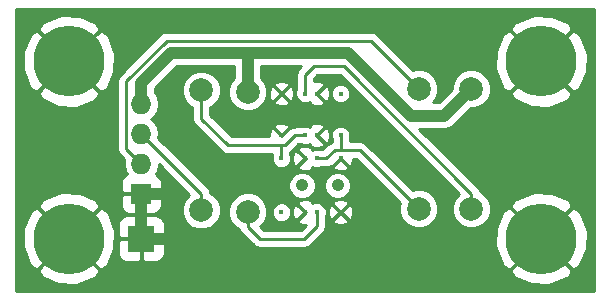
<source format=gbl>
%FSLAX34Y34*%
G04 Gerber Fmt 3.4, Leading zero omitted, Abs format*
G04 (created by PCBNEW (2014-jan-25)-product) date Sat 12 Jul 2014 08:34:31 PM PDT*
%MOIN*%
G01*
G70*
G90*
G04 APERTURE LIST*
%ADD10C,0.003937*%
%ADD11R,0.068000X0.068000*%
%ADD12O,0.068000X0.068000*%
%ADD13C,0.078700*%
%ADD14C,0.015748*%
%ADD15C,0.041339*%
%ADD16C,0.236220*%
%ADD17R,0.088000X0.088000*%
%ADD18C,0.010000*%
%ADD19C,0.040000*%
G04 APERTURE END LIST*
G54D10*
G54D11*
X43750Y-45750D03*
G54D12*
X43750Y-44750D03*
X43750Y-43750D03*
X43750Y-42750D03*
G54D13*
X53000Y-46250D03*
X53000Y-42250D03*
X45750Y-42300D03*
X45750Y-46300D03*
X54750Y-46250D03*
X54750Y-42250D03*
G54D14*
X49212Y-42411D03*
X48425Y-42411D03*
X49212Y-43809D03*
X48425Y-43809D03*
X50393Y-42411D03*
X49606Y-42411D03*
X50393Y-43809D03*
X49606Y-43809D03*
X49606Y-46367D03*
X50393Y-46368D03*
X49606Y-44576D03*
X50393Y-44576D03*
G54D15*
X50295Y-45472D03*
G54D14*
X48425Y-46367D03*
X49212Y-46368D03*
X48425Y-44576D03*
X49212Y-44576D03*
G54D15*
X49114Y-45472D03*
G54D16*
X57086Y-47244D03*
X41338Y-47244D03*
X57086Y-41338D03*
X41338Y-41338D03*
G54D13*
X47300Y-46350D03*
X47300Y-42350D03*
G54D17*
X43750Y-47250D03*
G54D18*
X50393Y-44291D02*
X51041Y-44291D01*
X50196Y-44291D02*
X50393Y-44291D01*
X51041Y-44291D02*
X53000Y-46250D01*
X50393Y-43809D02*
X50393Y-44291D01*
X49911Y-44576D02*
X50196Y-44291D01*
X49606Y-44576D02*
X49911Y-44576D01*
X49212Y-43809D02*
X49192Y-43809D01*
X48425Y-44576D02*
X48425Y-44138D01*
X48425Y-44138D02*
X48538Y-44138D01*
X48868Y-43809D02*
X48538Y-44138D01*
X49212Y-43809D02*
X48868Y-43809D01*
X46638Y-44138D02*
X45750Y-43250D01*
X45750Y-43250D02*
X45750Y-42300D01*
X48425Y-44138D02*
X46638Y-44138D01*
X49212Y-42411D02*
X49212Y-41787D01*
X49212Y-41787D02*
X49500Y-41500D01*
X49500Y-41500D02*
X50500Y-41500D01*
X50500Y-41500D02*
X54750Y-45750D01*
X54750Y-45750D02*
X54750Y-46250D01*
G54D19*
X43750Y-47250D02*
X44500Y-47250D01*
X43750Y-45750D02*
X43750Y-47250D01*
X43750Y-45750D02*
X44500Y-45750D01*
G54D18*
X43250Y-44250D02*
X43250Y-42000D01*
X43250Y-42000D02*
X44600Y-40650D01*
X44600Y-40650D02*
X51400Y-40650D01*
X51400Y-40650D02*
X53000Y-42250D01*
X43750Y-44750D02*
X43250Y-44250D01*
X45750Y-45750D02*
X43750Y-43750D01*
X45750Y-46300D02*
X45750Y-45750D01*
G54D19*
X53850Y-43150D02*
X52750Y-43150D01*
X52750Y-43150D02*
X50650Y-41050D01*
X54750Y-42250D02*
X53850Y-43150D01*
X43750Y-42750D02*
X43750Y-42050D01*
X43750Y-42050D02*
X44750Y-41050D01*
X47300Y-41050D02*
X44750Y-41050D01*
X50650Y-41050D02*
X47300Y-41050D01*
X47300Y-42350D02*
X47300Y-41050D01*
G54D18*
X49606Y-46367D02*
X49617Y-46367D01*
X47300Y-46850D02*
X47710Y-47260D01*
X47710Y-47260D02*
X49189Y-47260D01*
X49189Y-47260D02*
X49606Y-46843D01*
X49606Y-46843D02*
X49606Y-46367D01*
X47300Y-46350D02*
X47300Y-46850D01*
G36*
X58847Y-49005D02*
X58626Y-49005D01*
X58626Y-46990D01*
X58626Y-41084D01*
X58412Y-40514D01*
X58355Y-40429D01*
X58135Y-40303D01*
X58121Y-40317D01*
X58121Y-40289D01*
X57996Y-40069D01*
X57441Y-39818D01*
X56832Y-39798D01*
X56262Y-40012D01*
X56177Y-40069D01*
X56051Y-40289D01*
X57086Y-41324D01*
X58121Y-40289D01*
X58121Y-40317D01*
X57100Y-41338D01*
X58135Y-42373D01*
X58355Y-42248D01*
X58606Y-41693D01*
X58626Y-41084D01*
X58626Y-46990D01*
X58412Y-46419D01*
X58355Y-46334D01*
X58135Y-46209D01*
X58121Y-46223D01*
X58121Y-46195D01*
X58121Y-42387D01*
X57086Y-41352D01*
X57072Y-41366D01*
X57072Y-41338D01*
X56037Y-40303D01*
X55817Y-40429D01*
X55566Y-40983D01*
X55546Y-41592D01*
X55760Y-42162D01*
X55817Y-42248D01*
X56037Y-42373D01*
X57072Y-41338D01*
X57072Y-41366D01*
X56051Y-42387D01*
X56177Y-42607D01*
X56731Y-42858D01*
X57340Y-42878D01*
X57910Y-42664D01*
X57996Y-42607D01*
X58121Y-42387D01*
X58121Y-46195D01*
X57996Y-45975D01*
X57441Y-45723D01*
X56832Y-45703D01*
X56262Y-45918D01*
X56177Y-45975D01*
X56051Y-46195D01*
X57086Y-47229D01*
X58121Y-46195D01*
X58121Y-46223D01*
X57100Y-47244D01*
X58135Y-48278D01*
X58355Y-48153D01*
X58606Y-47598D01*
X58626Y-46990D01*
X58626Y-49005D01*
X58121Y-49005D01*
X58121Y-48293D01*
X57086Y-47258D01*
X57072Y-47272D01*
X57072Y-47244D01*
X56037Y-46209D01*
X55817Y-46334D01*
X55566Y-46889D01*
X55546Y-47498D01*
X55760Y-48068D01*
X55817Y-48153D01*
X56037Y-48278D01*
X57072Y-47244D01*
X57072Y-47272D01*
X56051Y-48293D01*
X56177Y-48512D01*
X56731Y-48764D01*
X57340Y-48784D01*
X57910Y-48569D01*
X57996Y-48512D01*
X58121Y-48293D01*
X58121Y-49005D01*
X55393Y-49005D01*
X55393Y-46122D01*
X55295Y-45885D01*
X55114Y-45704D01*
X55034Y-45671D01*
X55034Y-45671D01*
X55027Y-45635D01*
X54962Y-45537D01*
X54962Y-45537D01*
X53024Y-43600D01*
X53850Y-43600D01*
X54022Y-43565D01*
X54168Y-43468D01*
X54742Y-42893D01*
X54877Y-42893D01*
X55114Y-42795D01*
X55295Y-42614D01*
X55393Y-42378D01*
X55393Y-42122D01*
X55295Y-41885D01*
X55114Y-41704D01*
X54878Y-41606D01*
X54622Y-41606D01*
X54385Y-41704D01*
X54204Y-41885D01*
X54106Y-42121D01*
X54106Y-42257D01*
X53663Y-42700D01*
X53460Y-42700D01*
X53545Y-42614D01*
X53643Y-42378D01*
X53643Y-42122D01*
X53545Y-41885D01*
X53364Y-41704D01*
X53128Y-41606D01*
X52872Y-41606D01*
X52807Y-41633D01*
X51612Y-40437D01*
X51514Y-40372D01*
X51400Y-40350D01*
X44600Y-40350D01*
X44485Y-40372D01*
X44387Y-40437D01*
X43037Y-41787D01*
X42972Y-41885D01*
X42950Y-42000D01*
X42950Y-44250D01*
X42972Y-44364D01*
X43037Y-44462D01*
X43185Y-44609D01*
X43160Y-44738D01*
X43160Y-44761D01*
X43204Y-44987D01*
X43272Y-45088D01*
X43211Y-45113D01*
X43113Y-45211D01*
X43060Y-45340D01*
X43060Y-45652D01*
X43147Y-45740D01*
X43740Y-45740D01*
X43740Y-45732D01*
X43760Y-45732D01*
X43760Y-45740D01*
X44352Y-45740D01*
X44440Y-45652D01*
X44440Y-45340D01*
X44386Y-45211D01*
X44288Y-45113D01*
X44227Y-45088D01*
X44295Y-44987D01*
X44339Y-44763D01*
X45357Y-45782D01*
X45204Y-45935D01*
X45106Y-46171D01*
X45106Y-46427D01*
X45204Y-46664D01*
X45385Y-46845D01*
X45621Y-46943D01*
X45877Y-46943D01*
X46114Y-46845D01*
X46295Y-46664D01*
X46393Y-46428D01*
X46393Y-46172D01*
X46295Y-45935D01*
X46114Y-45754D01*
X46045Y-45725D01*
X46027Y-45635D01*
X46027Y-45635D01*
X45962Y-45537D01*
X44314Y-43890D01*
X44340Y-43761D01*
X44340Y-43738D01*
X44295Y-43512D01*
X44167Y-43321D01*
X44060Y-43250D01*
X44167Y-43178D01*
X44295Y-42987D01*
X44340Y-42761D01*
X44340Y-42738D01*
X44295Y-42512D01*
X44200Y-42370D01*
X44200Y-42236D01*
X44936Y-41500D01*
X46850Y-41500D01*
X46850Y-41889D01*
X46754Y-41985D01*
X46656Y-42221D01*
X46656Y-42477D01*
X46754Y-42714D01*
X46935Y-42895D01*
X47171Y-42993D01*
X47427Y-42993D01*
X47664Y-42895D01*
X47845Y-42714D01*
X47943Y-42478D01*
X47943Y-42222D01*
X47845Y-41985D01*
X47750Y-41889D01*
X47750Y-41500D01*
X49075Y-41500D01*
X49000Y-41575D01*
X48935Y-41672D01*
X48912Y-41787D01*
X48912Y-42276D01*
X48883Y-42345D01*
X48883Y-42476D01*
X48933Y-42597D01*
X49026Y-42689D01*
X49146Y-42740D01*
X49277Y-42740D01*
X49362Y-42704D01*
X49357Y-42770D01*
X49514Y-42838D01*
X49684Y-42841D01*
X49843Y-42778D01*
X49855Y-42770D01*
X49846Y-42665D01*
X49606Y-42425D01*
X49600Y-42431D01*
X49586Y-42416D01*
X49592Y-42411D01*
X49586Y-42405D01*
X49600Y-42391D01*
X49606Y-42397D01*
X49846Y-42157D01*
X49855Y-42051D01*
X49698Y-41984D01*
X49528Y-41981D01*
X49512Y-41987D01*
X49512Y-41911D01*
X49624Y-41800D01*
X50375Y-41800D01*
X54332Y-45757D01*
X54204Y-45885D01*
X54106Y-46121D01*
X54106Y-46377D01*
X54204Y-46614D01*
X54385Y-46795D01*
X54621Y-46893D01*
X54877Y-46893D01*
X55114Y-46795D01*
X55295Y-46614D01*
X55393Y-46378D01*
X55393Y-46122D01*
X55393Y-49005D01*
X53643Y-49005D01*
X53643Y-46122D01*
X53545Y-45885D01*
X53364Y-45704D01*
X53128Y-45606D01*
X52872Y-45606D01*
X52807Y-45633D01*
X51253Y-44079D01*
X51156Y-44014D01*
X51041Y-43991D01*
X50693Y-43991D01*
X50693Y-43943D01*
X50722Y-43874D01*
X50722Y-43743D01*
X50722Y-42346D01*
X50672Y-42225D01*
X50580Y-42132D01*
X50459Y-42082D01*
X50328Y-42082D01*
X50207Y-42132D01*
X50115Y-42224D01*
X50065Y-42345D01*
X50064Y-42476D01*
X50114Y-42597D01*
X50207Y-42689D01*
X50328Y-42740D01*
X50458Y-42740D01*
X50579Y-42690D01*
X50672Y-42597D01*
X50722Y-42477D01*
X50722Y-42346D01*
X50722Y-43743D01*
X50672Y-43623D01*
X50580Y-43530D01*
X50459Y-43480D01*
X50328Y-43480D01*
X50207Y-43530D01*
X50115Y-43622D01*
X50065Y-43743D01*
X50064Y-43874D01*
X50093Y-43943D01*
X50093Y-44011D01*
X50082Y-44014D01*
X50036Y-44044D01*
X50036Y-43730D01*
X50036Y-42333D01*
X49973Y-42174D01*
X49965Y-42162D01*
X49860Y-42171D01*
X49620Y-42411D01*
X49860Y-42651D01*
X49965Y-42660D01*
X50033Y-42503D01*
X50036Y-42333D01*
X50036Y-43730D01*
X49973Y-43572D01*
X49965Y-43560D01*
X49860Y-43568D01*
X49620Y-43809D01*
X49860Y-44049D01*
X49965Y-44057D01*
X50033Y-43901D01*
X50036Y-43730D01*
X50036Y-44044D01*
X49984Y-44079D01*
X49855Y-44208D01*
X49855Y-44168D01*
X49846Y-44063D01*
X49606Y-43823D01*
X49600Y-43828D01*
X49586Y-43814D01*
X49592Y-43809D01*
X49586Y-43803D01*
X49600Y-43789D01*
X49606Y-43794D01*
X49846Y-43554D01*
X49855Y-43449D01*
X49698Y-43381D01*
X49528Y-43378D01*
X49369Y-43441D01*
X49357Y-43449D01*
X49362Y-43515D01*
X49278Y-43480D01*
X49147Y-43480D01*
X49077Y-43509D01*
X48868Y-43509D01*
X48855Y-43511D01*
X48855Y-42333D01*
X48792Y-42174D01*
X48784Y-42162D01*
X48679Y-42171D01*
X48673Y-42176D01*
X48673Y-42051D01*
X48517Y-41984D01*
X48346Y-41981D01*
X48188Y-42044D01*
X48176Y-42051D01*
X48185Y-42157D01*
X48425Y-42397D01*
X48665Y-42157D01*
X48673Y-42051D01*
X48673Y-42176D01*
X48439Y-42411D01*
X48679Y-42651D01*
X48784Y-42660D01*
X48852Y-42503D01*
X48855Y-42333D01*
X48855Y-43511D01*
X48753Y-43531D01*
X48700Y-43567D01*
X48700Y-43567D01*
X48679Y-43568D01*
X48673Y-43574D01*
X48673Y-43449D01*
X48673Y-42770D01*
X48665Y-42665D01*
X48425Y-42425D01*
X48411Y-42439D01*
X48411Y-42411D01*
X48170Y-42171D01*
X48065Y-42162D01*
X47997Y-42319D01*
X47995Y-42489D01*
X48057Y-42648D01*
X48065Y-42660D01*
X48170Y-42651D01*
X48411Y-42411D01*
X48411Y-42439D01*
X48185Y-42665D01*
X48176Y-42770D01*
X48332Y-42838D01*
X48503Y-42841D01*
X48662Y-42778D01*
X48673Y-42770D01*
X48673Y-43449D01*
X48517Y-43381D01*
X48346Y-43378D01*
X48188Y-43441D01*
X48176Y-43449D01*
X48185Y-43554D01*
X48425Y-43794D01*
X48665Y-43554D01*
X48673Y-43449D01*
X48673Y-43574D01*
X48439Y-43809D01*
X48441Y-43811D01*
X48427Y-43825D01*
X48425Y-43823D01*
X48419Y-43828D01*
X48405Y-43814D01*
X48411Y-43809D01*
X48170Y-43568D01*
X48065Y-43560D01*
X47997Y-43716D01*
X47995Y-43838D01*
X46763Y-43838D01*
X46050Y-43125D01*
X46050Y-42872D01*
X46114Y-42845D01*
X46295Y-42664D01*
X46393Y-42428D01*
X46393Y-42172D01*
X46295Y-41935D01*
X46114Y-41754D01*
X45878Y-41656D01*
X45622Y-41656D01*
X45385Y-41754D01*
X45204Y-41935D01*
X45106Y-42171D01*
X45106Y-42427D01*
X45204Y-42664D01*
X45385Y-42845D01*
X45450Y-42872D01*
X45450Y-43250D01*
X45472Y-43364D01*
X45537Y-43462D01*
X46426Y-44350D01*
X46523Y-44415D01*
X46638Y-44438D01*
X48125Y-44438D01*
X48125Y-44442D01*
X48096Y-44511D01*
X48096Y-44641D01*
X48146Y-44762D01*
X48238Y-44855D01*
X48359Y-44905D01*
X48490Y-44905D01*
X48611Y-44855D01*
X48703Y-44763D01*
X48753Y-44642D01*
X48753Y-44511D01*
X48725Y-44441D01*
X48725Y-44367D01*
X48725Y-44367D01*
X48750Y-44350D01*
X48992Y-44109D01*
X49077Y-44109D01*
X49146Y-44137D01*
X49277Y-44137D01*
X49362Y-44102D01*
X49357Y-44168D01*
X49514Y-44236D01*
X49684Y-44239D01*
X49843Y-44176D01*
X49855Y-44168D01*
X49855Y-44208D01*
X49787Y-44276D01*
X49741Y-44276D01*
X49671Y-44248D01*
X49541Y-44247D01*
X49455Y-44283D01*
X49461Y-44217D01*
X49304Y-44149D01*
X49134Y-44146D01*
X48975Y-44209D01*
X48963Y-44217D01*
X48972Y-44322D01*
X49212Y-44562D01*
X49218Y-44557D01*
X49232Y-44571D01*
X49226Y-44576D01*
X49232Y-44582D01*
X49218Y-44596D01*
X49212Y-44590D01*
X49198Y-44605D01*
X49198Y-44576D01*
X48958Y-44336D01*
X48853Y-44327D01*
X48785Y-44484D01*
X48782Y-44655D01*
X48845Y-44813D01*
X48853Y-44825D01*
X48958Y-44816D01*
X49198Y-44576D01*
X49198Y-44605D01*
X48972Y-44830D01*
X48963Y-44936D01*
X49120Y-45004D01*
X49290Y-45006D01*
X49449Y-44944D01*
X49461Y-44936D01*
X49455Y-44870D01*
X49540Y-44905D01*
X49671Y-44905D01*
X49741Y-44876D01*
X49911Y-44876D01*
X49911Y-44876D01*
X50026Y-44853D01*
X50026Y-44853D01*
X50073Y-44822D01*
X50139Y-44816D01*
X50364Y-44591D01*
X50393Y-44591D01*
X50153Y-44830D01*
X50144Y-44936D01*
X50301Y-45004D01*
X50471Y-45006D01*
X50630Y-44944D01*
X50642Y-44936D01*
X50633Y-44830D01*
X50394Y-44591D01*
X50422Y-44591D01*
X50647Y-44816D01*
X50753Y-44825D01*
X50820Y-44669D01*
X50822Y-44591D01*
X50917Y-44591D01*
X52383Y-46057D01*
X52356Y-46121D01*
X52356Y-46377D01*
X52454Y-46614D01*
X52635Y-46795D01*
X52871Y-46893D01*
X53127Y-46893D01*
X53364Y-46795D01*
X53545Y-46614D01*
X53643Y-46378D01*
X53643Y-46122D01*
X53643Y-49005D01*
X50823Y-49005D01*
X50823Y-46289D01*
X50761Y-46131D01*
X50753Y-46119D01*
X50752Y-46119D01*
X50752Y-45381D01*
X50682Y-45214D01*
X50554Y-45085D01*
X50386Y-45015D01*
X50204Y-45015D01*
X50036Y-45085D01*
X49908Y-45213D01*
X49838Y-45381D01*
X49838Y-45562D01*
X49907Y-45730D01*
X50036Y-45859D01*
X50204Y-45929D01*
X50385Y-45929D01*
X50553Y-45859D01*
X50682Y-45731D01*
X50751Y-45563D01*
X50752Y-45381D01*
X50752Y-46119D01*
X50647Y-46128D01*
X50642Y-46133D01*
X50642Y-46008D01*
X50485Y-45940D01*
X50315Y-45938D01*
X50156Y-46000D01*
X50144Y-46008D01*
X50153Y-46113D01*
X50393Y-46353D01*
X50633Y-46113D01*
X50642Y-46008D01*
X50642Y-46133D01*
X50407Y-46368D01*
X50647Y-46608D01*
X50753Y-46616D01*
X50820Y-46460D01*
X50823Y-46289D01*
X50823Y-49005D01*
X50642Y-49005D01*
X50642Y-46727D01*
X50633Y-46622D01*
X50393Y-46382D01*
X50379Y-46396D01*
X50379Y-46368D01*
X50139Y-46128D01*
X50034Y-46119D01*
X49966Y-46275D01*
X49963Y-46446D01*
X50026Y-46604D01*
X50034Y-46616D01*
X50139Y-46608D01*
X50379Y-46368D01*
X50379Y-46396D01*
X50153Y-46622D01*
X50144Y-46727D01*
X50301Y-46795D01*
X50471Y-46798D01*
X50630Y-46735D01*
X50642Y-46727D01*
X50642Y-49005D01*
X49935Y-49005D01*
X49935Y-46302D01*
X49885Y-46181D01*
X49792Y-46089D01*
X49671Y-46039D01*
X49570Y-46038D01*
X49570Y-45381D01*
X49501Y-45214D01*
X49373Y-45085D01*
X49205Y-45015D01*
X49023Y-45015D01*
X48855Y-45085D01*
X48727Y-45213D01*
X48657Y-45381D01*
X48657Y-45562D01*
X48726Y-45730D01*
X48855Y-45859D01*
X49022Y-45929D01*
X49204Y-45929D01*
X49372Y-45859D01*
X49501Y-45731D01*
X49570Y-45563D01*
X49570Y-45381D01*
X49570Y-46038D01*
X49541Y-46038D01*
X49455Y-46074D01*
X49461Y-46008D01*
X49304Y-45940D01*
X49134Y-45938D01*
X48975Y-46000D01*
X48963Y-46008D01*
X48972Y-46113D01*
X49212Y-46353D01*
X49218Y-46348D01*
X49232Y-46362D01*
X49226Y-46368D01*
X49232Y-46373D01*
X49218Y-46387D01*
X49212Y-46382D01*
X49198Y-46396D01*
X49198Y-46368D01*
X48958Y-46128D01*
X48853Y-46119D01*
X48785Y-46275D01*
X48782Y-46446D01*
X48845Y-46604D01*
X48853Y-46616D01*
X48958Y-46608D01*
X49198Y-46368D01*
X49198Y-46396D01*
X48972Y-46622D01*
X48963Y-46727D01*
X49120Y-46795D01*
X49228Y-46797D01*
X49065Y-46960D01*
X48753Y-46960D01*
X48753Y-46302D01*
X48704Y-46181D01*
X48611Y-46089D01*
X48490Y-46039D01*
X48360Y-46038D01*
X48239Y-46088D01*
X48146Y-46181D01*
X48096Y-46302D01*
X48096Y-46432D01*
X48146Y-46553D01*
X48238Y-46646D01*
X48359Y-46696D01*
X48490Y-46696D01*
X48611Y-46646D01*
X48703Y-46554D01*
X48753Y-46433D01*
X48753Y-46302D01*
X48753Y-46960D01*
X47834Y-46960D01*
X47717Y-46842D01*
X47845Y-46714D01*
X47943Y-46478D01*
X47943Y-46222D01*
X47845Y-45985D01*
X47664Y-45804D01*
X47428Y-45706D01*
X47172Y-45706D01*
X46935Y-45804D01*
X46754Y-45985D01*
X46656Y-46221D01*
X46656Y-46477D01*
X46754Y-46714D01*
X46935Y-46895D01*
X47015Y-46928D01*
X47015Y-46928D01*
X47022Y-46964D01*
X47087Y-47062D01*
X47498Y-47472D01*
X47556Y-47511D01*
X47595Y-47537D01*
X47595Y-47537D01*
X47710Y-47560D01*
X49189Y-47560D01*
X49189Y-47560D01*
X49304Y-47537D01*
X49304Y-47537D01*
X49401Y-47472D01*
X49818Y-47055D01*
X49883Y-46958D01*
X49906Y-46843D01*
X49906Y-46843D01*
X49906Y-46502D01*
X49934Y-46433D01*
X49935Y-46302D01*
X49935Y-49005D01*
X44540Y-49005D01*
X44540Y-47759D01*
X44540Y-47620D01*
X44540Y-47347D01*
X44540Y-47152D01*
X44540Y-46879D01*
X44540Y-46740D01*
X44486Y-46611D01*
X44440Y-46565D01*
X44440Y-46159D01*
X44440Y-45847D01*
X44352Y-45760D01*
X43760Y-45760D01*
X43760Y-46352D01*
X43847Y-46440D01*
X44020Y-46440D01*
X44159Y-46440D01*
X44288Y-46386D01*
X44386Y-46288D01*
X44440Y-46159D01*
X44440Y-46565D01*
X44388Y-46513D01*
X44259Y-46460D01*
X43847Y-46460D01*
X43760Y-46547D01*
X43760Y-47240D01*
X44452Y-47240D01*
X44540Y-47152D01*
X44540Y-47347D01*
X44452Y-47260D01*
X43760Y-47260D01*
X43760Y-47952D01*
X43847Y-48040D01*
X44259Y-48040D01*
X44388Y-47986D01*
X44486Y-47888D01*
X44540Y-47759D01*
X44540Y-49005D01*
X43740Y-49005D01*
X43740Y-47952D01*
X43740Y-47260D01*
X43740Y-47240D01*
X43740Y-46547D01*
X43740Y-46352D01*
X43740Y-45760D01*
X43147Y-45760D01*
X43060Y-45847D01*
X43060Y-46159D01*
X43113Y-46288D01*
X43211Y-46386D01*
X43340Y-46440D01*
X43479Y-46440D01*
X43652Y-46440D01*
X43740Y-46352D01*
X43740Y-46547D01*
X43652Y-46460D01*
X43240Y-46460D01*
X43111Y-46513D01*
X43013Y-46611D01*
X42960Y-46740D01*
X42960Y-46879D01*
X42960Y-47152D01*
X43047Y-47240D01*
X43740Y-47240D01*
X43740Y-47260D01*
X43047Y-47260D01*
X42960Y-47347D01*
X42960Y-47620D01*
X42960Y-47759D01*
X43013Y-47888D01*
X43111Y-47986D01*
X43240Y-48040D01*
X43652Y-48040D01*
X43740Y-47952D01*
X43740Y-49005D01*
X42878Y-49005D01*
X42878Y-46990D01*
X42878Y-41084D01*
X42664Y-40514D01*
X42607Y-40429D01*
X42387Y-40303D01*
X42373Y-40317D01*
X42373Y-40289D01*
X42248Y-40069D01*
X41693Y-39818D01*
X41084Y-39798D01*
X40514Y-40012D01*
X40429Y-40069D01*
X40303Y-40289D01*
X41338Y-41324D01*
X42373Y-40289D01*
X42373Y-40317D01*
X41352Y-41338D01*
X42387Y-42373D01*
X42607Y-42248D01*
X42858Y-41693D01*
X42878Y-41084D01*
X42878Y-46990D01*
X42664Y-46419D01*
X42607Y-46334D01*
X42387Y-46209D01*
X42373Y-46223D01*
X42373Y-46195D01*
X42373Y-42387D01*
X41338Y-41352D01*
X41324Y-41366D01*
X41324Y-41338D01*
X40289Y-40303D01*
X40069Y-40429D01*
X39818Y-40983D01*
X39798Y-41592D01*
X40012Y-42162D01*
X40069Y-42248D01*
X40289Y-42373D01*
X41324Y-41338D01*
X41324Y-41366D01*
X40303Y-42387D01*
X40429Y-42607D01*
X40983Y-42858D01*
X41592Y-42878D01*
X42162Y-42664D01*
X42248Y-42607D01*
X42373Y-42387D01*
X42373Y-46195D01*
X42248Y-45975D01*
X41693Y-45723D01*
X41084Y-45703D01*
X40514Y-45918D01*
X40429Y-45975D01*
X40303Y-46195D01*
X41338Y-47229D01*
X42373Y-46195D01*
X42373Y-46223D01*
X41352Y-47244D01*
X42387Y-48278D01*
X42607Y-48153D01*
X42858Y-47598D01*
X42878Y-46990D01*
X42878Y-49005D01*
X42373Y-49005D01*
X42373Y-48293D01*
X41338Y-47258D01*
X41324Y-47272D01*
X41324Y-47244D01*
X40289Y-46209D01*
X40069Y-46334D01*
X39818Y-46889D01*
X39798Y-47498D01*
X40012Y-48068D01*
X40069Y-48153D01*
X40289Y-48278D01*
X41324Y-47244D01*
X41324Y-47272D01*
X40303Y-48293D01*
X40429Y-48512D01*
X40983Y-48764D01*
X41592Y-48784D01*
X42162Y-48569D01*
X42248Y-48512D01*
X42373Y-48293D01*
X42373Y-49005D01*
X39577Y-49005D01*
X39577Y-39577D01*
X58847Y-39577D01*
X58847Y-49005D01*
X58847Y-49005D01*
G37*
X58847Y-49005D02*
X58626Y-49005D01*
X58626Y-46990D01*
X58626Y-41084D01*
X58412Y-40514D01*
X58355Y-40429D01*
X58135Y-40303D01*
X58121Y-40317D01*
X58121Y-40289D01*
X57996Y-40069D01*
X57441Y-39818D01*
X56832Y-39798D01*
X56262Y-40012D01*
X56177Y-40069D01*
X56051Y-40289D01*
X57086Y-41324D01*
X58121Y-40289D01*
X58121Y-40317D01*
X57100Y-41338D01*
X58135Y-42373D01*
X58355Y-42248D01*
X58606Y-41693D01*
X58626Y-41084D01*
X58626Y-46990D01*
X58412Y-46419D01*
X58355Y-46334D01*
X58135Y-46209D01*
X58121Y-46223D01*
X58121Y-46195D01*
X58121Y-42387D01*
X57086Y-41352D01*
X57072Y-41366D01*
X57072Y-41338D01*
X56037Y-40303D01*
X55817Y-40429D01*
X55566Y-40983D01*
X55546Y-41592D01*
X55760Y-42162D01*
X55817Y-42248D01*
X56037Y-42373D01*
X57072Y-41338D01*
X57072Y-41366D01*
X56051Y-42387D01*
X56177Y-42607D01*
X56731Y-42858D01*
X57340Y-42878D01*
X57910Y-42664D01*
X57996Y-42607D01*
X58121Y-42387D01*
X58121Y-46195D01*
X57996Y-45975D01*
X57441Y-45723D01*
X56832Y-45703D01*
X56262Y-45918D01*
X56177Y-45975D01*
X56051Y-46195D01*
X57086Y-47229D01*
X58121Y-46195D01*
X58121Y-46223D01*
X57100Y-47244D01*
X58135Y-48278D01*
X58355Y-48153D01*
X58606Y-47598D01*
X58626Y-46990D01*
X58626Y-49005D01*
X58121Y-49005D01*
X58121Y-48293D01*
X57086Y-47258D01*
X57072Y-47272D01*
X57072Y-47244D01*
X56037Y-46209D01*
X55817Y-46334D01*
X55566Y-46889D01*
X55546Y-47498D01*
X55760Y-48068D01*
X55817Y-48153D01*
X56037Y-48278D01*
X57072Y-47244D01*
X57072Y-47272D01*
X56051Y-48293D01*
X56177Y-48512D01*
X56731Y-48764D01*
X57340Y-48784D01*
X57910Y-48569D01*
X57996Y-48512D01*
X58121Y-48293D01*
X58121Y-49005D01*
X55393Y-49005D01*
X55393Y-46122D01*
X55295Y-45885D01*
X55114Y-45704D01*
X55034Y-45671D01*
X55034Y-45671D01*
X55027Y-45635D01*
X54962Y-45537D01*
X54962Y-45537D01*
X53024Y-43600D01*
X53850Y-43600D01*
X54022Y-43565D01*
X54168Y-43468D01*
X54742Y-42893D01*
X54877Y-42893D01*
X55114Y-42795D01*
X55295Y-42614D01*
X55393Y-42378D01*
X55393Y-42122D01*
X55295Y-41885D01*
X55114Y-41704D01*
X54878Y-41606D01*
X54622Y-41606D01*
X54385Y-41704D01*
X54204Y-41885D01*
X54106Y-42121D01*
X54106Y-42257D01*
X53663Y-42700D01*
X53460Y-42700D01*
X53545Y-42614D01*
X53643Y-42378D01*
X53643Y-42122D01*
X53545Y-41885D01*
X53364Y-41704D01*
X53128Y-41606D01*
X52872Y-41606D01*
X52807Y-41633D01*
X51612Y-40437D01*
X51514Y-40372D01*
X51400Y-40350D01*
X44600Y-40350D01*
X44485Y-40372D01*
X44387Y-40437D01*
X43037Y-41787D01*
X42972Y-41885D01*
X42950Y-42000D01*
X42950Y-44250D01*
X42972Y-44364D01*
X43037Y-44462D01*
X43185Y-44609D01*
X43160Y-44738D01*
X43160Y-44761D01*
X43204Y-44987D01*
X43272Y-45088D01*
X43211Y-45113D01*
X43113Y-45211D01*
X43060Y-45340D01*
X43060Y-45652D01*
X43147Y-45740D01*
X43740Y-45740D01*
X43740Y-45732D01*
X43760Y-45732D01*
X43760Y-45740D01*
X44352Y-45740D01*
X44440Y-45652D01*
X44440Y-45340D01*
X44386Y-45211D01*
X44288Y-45113D01*
X44227Y-45088D01*
X44295Y-44987D01*
X44339Y-44763D01*
X45357Y-45782D01*
X45204Y-45935D01*
X45106Y-46171D01*
X45106Y-46427D01*
X45204Y-46664D01*
X45385Y-46845D01*
X45621Y-46943D01*
X45877Y-46943D01*
X46114Y-46845D01*
X46295Y-46664D01*
X46393Y-46428D01*
X46393Y-46172D01*
X46295Y-45935D01*
X46114Y-45754D01*
X46045Y-45725D01*
X46027Y-45635D01*
X46027Y-45635D01*
X45962Y-45537D01*
X44314Y-43890D01*
X44340Y-43761D01*
X44340Y-43738D01*
X44295Y-43512D01*
X44167Y-43321D01*
X44060Y-43250D01*
X44167Y-43178D01*
X44295Y-42987D01*
X44340Y-42761D01*
X44340Y-42738D01*
X44295Y-42512D01*
X44200Y-42370D01*
X44200Y-42236D01*
X44936Y-41500D01*
X46850Y-41500D01*
X46850Y-41889D01*
X46754Y-41985D01*
X46656Y-42221D01*
X46656Y-42477D01*
X46754Y-42714D01*
X46935Y-42895D01*
X47171Y-42993D01*
X47427Y-42993D01*
X47664Y-42895D01*
X47845Y-42714D01*
X47943Y-42478D01*
X47943Y-42222D01*
X47845Y-41985D01*
X47750Y-41889D01*
X47750Y-41500D01*
X49075Y-41500D01*
X49000Y-41575D01*
X48935Y-41672D01*
X48912Y-41787D01*
X48912Y-42276D01*
X48883Y-42345D01*
X48883Y-42476D01*
X48933Y-42597D01*
X49026Y-42689D01*
X49146Y-42740D01*
X49277Y-42740D01*
X49362Y-42704D01*
X49357Y-42770D01*
X49514Y-42838D01*
X49684Y-42841D01*
X49843Y-42778D01*
X49855Y-42770D01*
X49846Y-42665D01*
X49606Y-42425D01*
X49600Y-42431D01*
X49586Y-42416D01*
X49592Y-42411D01*
X49586Y-42405D01*
X49600Y-42391D01*
X49606Y-42397D01*
X49846Y-42157D01*
X49855Y-42051D01*
X49698Y-41984D01*
X49528Y-41981D01*
X49512Y-41987D01*
X49512Y-41911D01*
X49624Y-41800D01*
X50375Y-41800D01*
X54332Y-45757D01*
X54204Y-45885D01*
X54106Y-46121D01*
X54106Y-46377D01*
X54204Y-46614D01*
X54385Y-46795D01*
X54621Y-46893D01*
X54877Y-46893D01*
X55114Y-46795D01*
X55295Y-46614D01*
X55393Y-46378D01*
X55393Y-46122D01*
X55393Y-49005D01*
X53643Y-49005D01*
X53643Y-46122D01*
X53545Y-45885D01*
X53364Y-45704D01*
X53128Y-45606D01*
X52872Y-45606D01*
X52807Y-45633D01*
X51253Y-44079D01*
X51156Y-44014D01*
X51041Y-43991D01*
X50693Y-43991D01*
X50693Y-43943D01*
X50722Y-43874D01*
X50722Y-43743D01*
X50722Y-42346D01*
X50672Y-42225D01*
X50580Y-42132D01*
X50459Y-42082D01*
X50328Y-42082D01*
X50207Y-42132D01*
X50115Y-42224D01*
X50065Y-42345D01*
X50064Y-42476D01*
X50114Y-42597D01*
X50207Y-42689D01*
X50328Y-42740D01*
X50458Y-42740D01*
X50579Y-42690D01*
X50672Y-42597D01*
X50722Y-42477D01*
X50722Y-42346D01*
X50722Y-43743D01*
X50672Y-43623D01*
X50580Y-43530D01*
X50459Y-43480D01*
X50328Y-43480D01*
X50207Y-43530D01*
X50115Y-43622D01*
X50065Y-43743D01*
X50064Y-43874D01*
X50093Y-43943D01*
X50093Y-44011D01*
X50082Y-44014D01*
X50036Y-44044D01*
X50036Y-43730D01*
X50036Y-42333D01*
X49973Y-42174D01*
X49965Y-42162D01*
X49860Y-42171D01*
X49620Y-42411D01*
X49860Y-42651D01*
X49965Y-42660D01*
X50033Y-42503D01*
X50036Y-42333D01*
X50036Y-43730D01*
X49973Y-43572D01*
X49965Y-43560D01*
X49860Y-43568D01*
X49620Y-43809D01*
X49860Y-44049D01*
X49965Y-44057D01*
X50033Y-43901D01*
X50036Y-43730D01*
X50036Y-44044D01*
X49984Y-44079D01*
X49855Y-44208D01*
X49855Y-44168D01*
X49846Y-44063D01*
X49606Y-43823D01*
X49600Y-43828D01*
X49586Y-43814D01*
X49592Y-43809D01*
X49586Y-43803D01*
X49600Y-43789D01*
X49606Y-43794D01*
X49846Y-43554D01*
X49855Y-43449D01*
X49698Y-43381D01*
X49528Y-43378D01*
X49369Y-43441D01*
X49357Y-43449D01*
X49362Y-43515D01*
X49278Y-43480D01*
X49147Y-43480D01*
X49077Y-43509D01*
X48868Y-43509D01*
X48855Y-43511D01*
X48855Y-42333D01*
X48792Y-42174D01*
X48784Y-42162D01*
X48679Y-42171D01*
X48673Y-42176D01*
X48673Y-42051D01*
X48517Y-41984D01*
X48346Y-41981D01*
X48188Y-42044D01*
X48176Y-42051D01*
X48185Y-42157D01*
X48425Y-42397D01*
X48665Y-42157D01*
X48673Y-42051D01*
X48673Y-42176D01*
X48439Y-42411D01*
X48679Y-42651D01*
X48784Y-42660D01*
X48852Y-42503D01*
X48855Y-42333D01*
X48855Y-43511D01*
X48753Y-43531D01*
X48700Y-43567D01*
X48700Y-43567D01*
X48679Y-43568D01*
X48673Y-43574D01*
X48673Y-43449D01*
X48673Y-42770D01*
X48665Y-42665D01*
X48425Y-42425D01*
X48411Y-42439D01*
X48411Y-42411D01*
X48170Y-42171D01*
X48065Y-42162D01*
X47997Y-42319D01*
X47995Y-42489D01*
X48057Y-42648D01*
X48065Y-42660D01*
X48170Y-42651D01*
X48411Y-42411D01*
X48411Y-42439D01*
X48185Y-42665D01*
X48176Y-42770D01*
X48332Y-42838D01*
X48503Y-42841D01*
X48662Y-42778D01*
X48673Y-42770D01*
X48673Y-43449D01*
X48517Y-43381D01*
X48346Y-43378D01*
X48188Y-43441D01*
X48176Y-43449D01*
X48185Y-43554D01*
X48425Y-43794D01*
X48665Y-43554D01*
X48673Y-43449D01*
X48673Y-43574D01*
X48439Y-43809D01*
X48441Y-43811D01*
X48427Y-43825D01*
X48425Y-43823D01*
X48419Y-43828D01*
X48405Y-43814D01*
X48411Y-43809D01*
X48170Y-43568D01*
X48065Y-43560D01*
X47997Y-43716D01*
X47995Y-43838D01*
X46763Y-43838D01*
X46050Y-43125D01*
X46050Y-42872D01*
X46114Y-42845D01*
X46295Y-42664D01*
X46393Y-42428D01*
X46393Y-42172D01*
X46295Y-41935D01*
X46114Y-41754D01*
X45878Y-41656D01*
X45622Y-41656D01*
X45385Y-41754D01*
X45204Y-41935D01*
X45106Y-42171D01*
X45106Y-42427D01*
X45204Y-42664D01*
X45385Y-42845D01*
X45450Y-42872D01*
X45450Y-43250D01*
X45472Y-43364D01*
X45537Y-43462D01*
X46426Y-44350D01*
X46523Y-44415D01*
X46638Y-44438D01*
X48125Y-44438D01*
X48125Y-44442D01*
X48096Y-44511D01*
X48096Y-44641D01*
X48146Y-44762D01*
X48238Y-44855D01*
X48359Y-44905D01*
X48490Y-44905D01*
X48611Y-44855D01*
X48703Y-44763D01*
X48753Y-44642D01*
X48753Y-44511D01*
X48725Y-44441D01*
X48725Y-44367D01*
X48725Y-44367D01*
X48750Y-44350D01*
X48992Y-44109D01*
X49077Y-44109D01*
X49146Y-44137D01*
X49277Y-44137D01*
X49362Y-44102D01*
X49357Y-44168D01*
X49514Y-44236D01*
X49684Y-44239D01*
X49843Y-44176D01*
X49855Y-44168D01*
X49855Y-44208D01*
X49787Y-44276D01*
X49741Y-44276D01*
X49671Y-44248D01*
X49541Y-44247D01*
X49455Y-44283D01*
X49461Y-44217D01*
X49304Y-44149D01*
X49134Y-44146D01*
X48975Y-44209D01*
X48963Y-44217D01*
X48972Y-44322D01*
X49212Y-44562D01*
X49218Y-44557D01*
X49232Y-44571D01*
X49226Y-44576D01*
X49232Y-44582D01*
X49218Y-44596D01*
X49212Y-44590D01*
X49198Y-44605D01*
X49198Y-44576D01*
X48958Y-44336D01*
X48853Y-44327D01*
X48785Y-44484D01*
X48782Y-44655D01*
X48845Y-44813D01*
X48853Y-44825D01*
X48958Y-44816D01*
X49198Y-44576D01*
X49198Y-44605D01*
X48972Y-44830D01*
X48963Y-44936D01*
X49120Y-45004D01*
X49290Y-45006D01*
X49449Y-44944D01*
X49461Y-44936D01*
X49455Y-44870D01*
X49540Y-44905D01*
X49671Y-44905D01*
X49741Y-44876D01*
X49911Y-44876D01*
X49911Y-44876D01*
X50026Y-44853D01*
X50026Y-44853D01*
X50073Y-44822D01*
X50139Y-44816D01*
X50364Y-44591D01*
X50393Y-44591D01*
X50153Y-44830D01*
X50144Y-44936D01*
X50301Y-45004D01*
X50471Y-45006D01*
X50630Y-44944D01*
X50642Y-44936D01*
X50633Y-44830D01*
X50394Y-44591D01*
X50422Y-44591D01*
X50647Y-44816D01*
X50753Y-44825D01*
X50820Y-44669D01*
X50822Y-44591D01*
X50917Y-44591D01*
X52383Y-46057D01*
X52356Y-46121D01*
X52356Y-46377D01*
X52454Y-46614D01*
X52635Y-46795D01*
X52871Y-46893D01*
X53127Y-46893D01*
X53364Y-46795D01*
X53545Y-46614D01*
X53643Y-46378D01*
X53643Y-46122D01*
X53643Y-49005D01*
X50823Y-49005D01*
X50823Y-46289D01*
X50761Y-46131D01*
X50753Y-46119D01*
X50752Y-46119D01*
X50752Y-45381D01*
X50682Y-45214D01*
X50554Y-45085D01*
X50386Y-45015D01*
X50204Y-45015D01*
X50036Y-45085D01*
X49908Y-45213D01*
X49838Y-45381D01*
X49838Y-45562D01*
X49907Y-45730D01*
X50036Y-45859D01*
X50204Y-45929D01*
X50385Y-45929D01*
X50553Y-45859D01*
X50682Y-45731D01*
X50751Y-45563D01*
X50752Y-45381D01*
X50752Y-46119D01*
X50647Y-46128D01*
X50642Y-46133D01*
X50642Y-46008D01*
X50485Y-45940D01*
X50315Y-45938D01*
X50156Y-46000D01*
X50144Y-46008D01*
X50153Y-46113D01*
X50393Y-46353D01*
X50633Y-46113D01*
X50642Y-46008D01*
X50642Y-46133D01*
X50407Y-46368D01*
X50647Y-46608D01*
X50753Y-46616D01*
X50820Y-46460D01*
X50823Y-46289D01*
X50823Y-49005D01*
X50642Y-49005D01*
X50642Y-46727D01*
X50633Y-46622D01*
X50393Y-46382D01*
X50379Y-46396D01*
X50379Y-46368D01*
X50139Y-46128D01*
X50034Y-46119D01*
X49966Y-46275D01*
X49963Y-46446D01*
X50026Y-46604D01*
X50034Y-46616D01*
X50139Y-46608D01*
X50379Y-46368D01*
X50379Y-46396D01*
X50153Y-46622D01*
X50144Y-46727D01*
X50301Y-46795D01*
X50471Y-46798D01*
X50630Y-46735D01*
X50642Y-46727D01*
X50642Y-49005D01*
X49935Y-49005D01*
X49935Y-46302D01*
X49885Y-46181D01*
X49792Y-46089D01*
X49671Y-46039D01*
X49570Y-46038D01*
X49570Y-45381D01*
X49501Y-45214D01*
X49373Y-45085D01*
X49205Y-45015D01*
X49023Y-45015D01*
X48855Y-45085D01*
X48727Y-45213D01*
X48657Y-45381D01*
X48657Y-45562D01*
X48726Y-45730D01*
X48855Y-45859D01*
X49022Y-45929D01*
X49204Y-45929D01*
X49372Y-45859D01*
X49501Y-45731D01*
X49570Y-45563D01*
X49570Y-45381D01*
X49570Y-46038D01*
X49541Y-46038D01*
X49455Y-46074D01*
X49461Y-46008D01*
X49304Y-45940D01*
X49134Y-45938D01*
X48975Y-46000D01*
X48963Y-46008D01*
X48972Y-46113D01*
X49212Y-46353D01*
X49218Y-46348D01*
X49232Y-46362D01*
X49226Y-46368D01*
X49232Y-46373D01*
X49218Y-46387D01*
X49212Y-46382D01*
X49198Y-46396D01*
X49198Y-46368D01*
X48958Y-46128D01*
X48853Y-46119D01*
X48785Y-46275D01*
X48782Y-46446D01*
X48845Y-46604D01*
X48853Y-46616D01*
X48958Y-46608D01*
X49198Y-46368D01*
X49198Y-46396D01*
X48972Y-46622D01*
X48963Y-46727D01*
X49120Y-46795D01*
X49228Y-46797D01*
X49065Y-46960D01*
X48753Y-46960D01*
X48753Y-46302D01*
X48704Y-46181D01*
X48611Y-46089D01*
X48490Y-46039D01*
X48360Y-46038D01*
X48239Y-46088D01*
X48146Y-46181D01*
X48096Y-46302D01*
X48096Y-46432D01*
X48146Y-46553D01*
X48238Y-46646D01*
X48359Y-46696D01*
X48490Y-46696D01*
X48611Y-46646D01*
X48703Y-46554D01*
X48753Y-46433D01*
X48753Y-46302D01*
X48753Y-46960D01*
X47834Y-46960D01*
X47717Y-46842D01*
X47845Y-46714D01*
X47943Y-46478D01*
X47943Y-46222D01*
X47845Y-45985D01*
X47664Y-45804D01*
X47428Y-45706D01*
X47172Y-45706D01*
X46935Y-45804D01*
X46754Y-45985D01*
X46656Y-46221D01*
X46656Y-46477D01*
X46754Y-46714D01*
X46935Y-46895D01*
X47015Y-46928D01*
X47015Y-46928D01*
X47022Y-46964D01*
X47087Y-47062D01*
X47498Y-47472D01*
X47556Y-47511D01*
X47595Y-47537D01*
X47595Y-47537D01*
X47710Y-47560D01*
X49189Y-47560D01*
X49189Y-47560D01*
X49304Y-47537D01*
X49304Y-47537D01*
X49401Y-47472D01*
X49818Y-47055D01*
X49883Y-46958D01*
X49906Y-46843D01*
X49906Y-46843D01*
X49906Y-46502D01*
X49934Y-46433D01*
X49935Y-46302D01*
X49935Y-49005D01*
X44540Y-49005D01*
X44540Y-47759D01*
X44540Y-47620D01*
X44540Y-47347D01*
X44540Y-47152D01*
X44540Y-46879D01*
X44540Y-46740D01*
X44486Y-46611D01*
X44440Y-46565D01*
X44440Y-46159D01*
X44440Y-45847D01*
X44352Y-45760D01*
X43760Y-45760D01*
X43760Y-46352D01*
X43847Y-46440D01*
X44020Y-46440D01*
X44159Y-46440D01*
X44288Y-46386D01*
X44386Y-46288D01*
X44440Y-46159D01*
X44440Y-46565D01*
X44388Y-46513D01*
X44259Y-46460D01*
X43847Y-46460D01*
X43760Y-46547D01*
X43760Y-47240D01*
X44452Y-47240D01*
X44540Y-47152D01*
X44540Y-47347D01*
X44452Y-47260D01*
X43760Y-47260D01*
X43760Y-47952D01*
X43847Y-48040D01*
X44259Y-48040D01*
X44388Y-47986D01*
X44486Y-47888D01*
X44540Y-47759D01*
X44540Y-49005D01*
X43740Y-49005D01*
X43740Y-47952D01*
X43740Y-47260D01*
X43740Y-47240D01*
X43740Y-46547D01*
X43740Y-46352D01*
X43740Y-45760D01*
X43147Y-45760D01*
X43060Y-45847D01*
X43060Y-46159D01*
X43113Y-46288D01*
X43211Y-46386D01*
X43340Y-46440D01*
X43479Y-46440D01*
X43652Y-46440D01*
X43740Y-46352D01*
X43740Y-46547D01*
X43652Y-46460D01*
X43240Y-46460D01*
X43111Y-46513D01*
X43013Y-46611D01*
X42960Y-46740D01*
X42960Y-46879D01*
X42960Y-47152D01*
X43047Y-47240D01*
X43740Y-47240D01*
X43740Y-47260D01*
X43047Y-47260D01*
X42960Y-47347D01*
X42960Y-47620D01*
X42960Y-47759D01*
X43013Y-47888D01*
X43111Y-47986D01*
X43240Y-48040D01*
X43652Y-48040D01*
X43740Y-47952D01*
X43740Y-49005D01*
X42878Y-49005D01*
X42878Y-46990D01*
X42878Y-41084D01*
X42664Y-40514D01*
X42607Y-40429D01*
X42387Y-40303D01*
X42373Y-40317D01*
X42373Y-40289D01*
X42248Y-40069D01*
X41693Y-39818D01*
X41084Y-39798D01*
X40514Y-40012D01*
X40429Y-40069D01*
X40303Y-40289D01*
X41338Y-41324D01*
X42373Y-40289D01*
X42373Y-40317D01*
X41352Y-41338D01*
X42387Y-42373D01*
X42607Y-42248D01*
X42858Y-41693D01*
X42878Y-41084D01*
X42878Y-46990D01*
X42664Y-46419D01*
X42607Y-46334D01*
X42387Y-46209D01*
X42373Y-46223D01*
X42373Y-46195D01*
X42373Y-42387D01*
X41338Y-41352D01*
X41324Y-41366D01*
X41324Y-41338D01*
X40289Y-40303D01*
X40069Y-40429D01*
X39818Y-40983D01*
X39798Y-41592D01*
X40012Y-42162D01*
X40069Y-42248D01*
X40289Y-42373D01*
X41324Y-41338D01*
X41324Y-41366D01*
X40303Y-42387D01*
X40429Y-42607D01*
X40983Y-42858D01*
X41592Y-42878D01*
X42162Y-42664D01*
X42248Y-42607D01*
X42373Y-42387D01*
X42373Y-46195D01*
X42248Y-45975D01*
X41693Y-45723D01*
X41084Y-45703D01*
X40514Y-45918D01*
X40429Y-45975D01*
X40303Y-46195D01*
X41338Y-47229D01*
X42373Y-46195D01*
X42373Y-46223D01*
X41352Y-47244D01*
X42387Y-48278D01*
X42607Y-48153D01*
X42858Y-47598D01*
X42878Y-46990D01*
X42878Y-49005D01*
X42373Y-49005D01*
X42373Y-48293D01*
X41338Y-47258D01*
X41324Y-47272D01*
X41324Y-47244D01*
X40289Y-46209D01*
X40069Y-46334D01*
X39818Y-46889D01*
X39798Y-47498D01*
X40012Y-48068D01*
X40069Y-48153D01*
X40289Y-48278D01*
X41324Y-47244D01*
X41324Y-47272D01*
X40303Y-48293D01*
X40429Y-48512D01*
X40983Y-48764D01*
X41592Y-48784D01*
X42162Y-48569D01*
X42248Y-48512D01*
X42373Y-48293D01*
X42373Y-49005D01*
X39577Y-49005D01*
X39577Y-39577D01*
X58847Y-39577D01*
X58847Y-49005D01*
M02*

</source>
